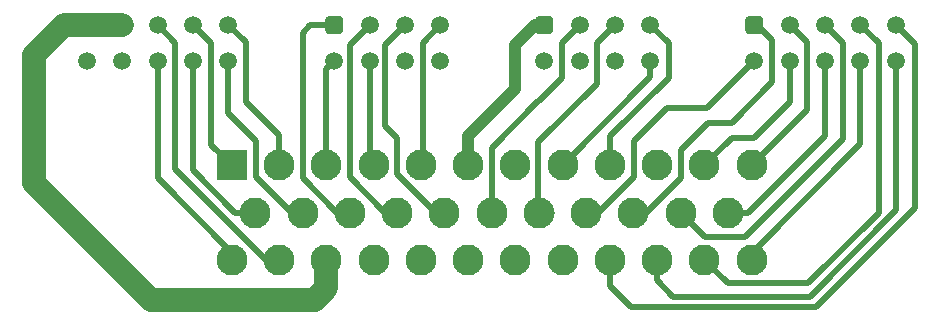
<source format=gbr>
%TF.GenerationSoftware,KiCad,Pcbnew,(5.1.10)-1*%
%TF.CreationDate,2022-05-18T10:51:57+03:00*%
%TF.ProjectId,Connector,436f6e6e-6563-4746-9f72-2e6b69636164,A*%
%TF.SameCoordinates,Original*%
%TF.FileFunction,Copper,L1,Top*%
%TF.FilePolarity,Positive*%
%FSLAX46Y46*%
G04 Gerber Fmt 4.6, Leading zero omitted, Abs format (unit mm)*
G04 Created by KiCad (PCBNEW (5.1.10)-1) date 2022-05-18 10:51:57*
%MOMM*%
%LPD*%
G01*
G04 APERTURE LIST*
%TA.AperFunction,ComponentPad*%
%ADD10C,2.625000*%
%TD*%
%TA.AperFunction,ComponentPad*%
%ADD11R,2.625000X2.625000*%
%TD*%
%TA.AperFunction,ComponentPad*%
%ADD12C,1.500000*%
%TD*%
%TA.AperFunction,Conductor*%
%ADD13C,0.500000*%
%TD*%
%TA.AperFunction,Conductor*%
%ADD14C,2.000000*%
%TD*%
%TA.AperFunction,Conductor*%
%ADD15C,1.000000*%
%TD*%
G04 APERTURE END LIST*
D10*
%TO.P,J1,35*%
%TO.N,/NTC_AW_1*%
X151500000Y-129500000D03*
%TO.P,J1,34*%
%TO.N,/NTC_AW_2*%
X147500000Y-129500000D03*
%TO.P,J1,33*%
%TO.N,/NTC_FW_1*%
X143500000Y-129500000D03*
%TO.P,J1,32*%
%TO.N,/NTC_FW_2*%
X139500000Y-129500000D03*
%TO.P,J1,31*%
%TO.N,/Accelerator_1*%
X135500000Y-129500000D03*
%TO.P,J1,30*%
%TO.N,/Accelerator_2*%
X131500000Y-129500000D03*
%TO.P,J1,29*%
%TO.N,/LeftSupport*%
X127500000Y-129500000D03*
%TO.P,J1,28*%
%TO.N,/RightSupport*%
X123500000Y-129500000D03*
%TO.P,J1,27*%
%TO.N,GND*%
X119500000Y-129500000D03*
%TO.P,J1,26*%
%TO.N,VDD*%
X115500000Y-129500000D03*
%TO.P,J1,25*%
%TO.N,/PowerSteeringPWM*%
X111500000Y-129500000D03*
%TO.P,J1,24*%
%TO.N,/ShuntContactorOn*%
X107500000Y-129500000D03*
%TO.P,J1,23*%
%TO.N,/EXC_OUT*%
X149500000Y-125500000D03*
%TO.P,J1,22*%
%TO.N,/~EXC_OUT*%
X145500000Y-125500000D03*
%TO.P,J1,21*%
%TO.N,/SIN*%
X141500000Y-125500000D03*
%TO.P,J1,20*%
%TO.N,/SIN_LO*%
X137500000Y-125500000D03*
%TO.P,J1,19*%
%TO.N,/Brake_1*%
X133500000Y-125500000D03*
%TO.P,J1,18*%
%TO.N,/Brake_2*%
X129500000Y-125500000D03*
%TO.P,J1,17*%
%TO.N,/GearParking*%
X125500000Y-125500000D03*
%TO.P,J1,16*%
%TO.N,/GearReverse*%
X121500000Y-125500000D03*
%TO.P,J1,15*%
%TO.N,/GearDrive*%
X117500000Y-125500000D03*
%TO.P,J1,14*%
%TO.N,/Pump*%
X113500000Y-125500000D03*
%TO.P,J1,13*%
%TO.N,/ReverseLight*%
X109500000Y-125500000D03*
%TO.P,J1,12*%
%TO.N,/COS*%
X151500000Y-121500000D03*
%TO.P,J1,11*%
%TO.N,/COS_LO*%
X147500000Y-121500000D03*
%TO.P,J1,10*%
%TO.N,Net-(J1-Pad10)*%
X143500000Y-121500000D03*
%TO.P,J1,9*%
%TO.N,/CAN_L*%
X139500000Y-121500000D03*
%TO.P,J1,8*%
%TO.N,/CAN_H*%
X135500000Y-121500000D03*
%TO.P,J1,7*%
%TO.N,GNDA*%
X131500000Y-121500000D03*
%TO.P,J1,6*%
%TO.N,+5VA*%
X127500000Y-121500000D03*
%TO.P,J1,5*%
%TO.N,/EmergencyStop*%
X123500000Y-121500000D03*
%TO.P,J1,4*%
%TO.N,/IgnitionOn*%
X119500000Y-121500000D03*
%TO.P,J1,3*%
%TO.N,/HighVoltageOn*%
X115500000Y-121500000D03*
%TO.P,J1,2*%
%TO.N,/PowerContactorOn*%
X111500000Y-121500000D03*
D11*
%TO.P,J1,1*%
%TO.N,/ParkingBrake*%
X107500000Y-121500000D03*
%TD*%
D12*
%TO.P,J4,8*%
%TO.N,/CAN_H*%
X142945000Y-112625000D03*
%TO.P,J4,7*%
%TO.N,/Accelerator_1*%
X139945000Y-112625000D03*
%TO.P,J4,6*%
%TO.N,/Accelerator_2*%
X136945000Y-112625000D03*
%TO.P,J4,5*%
%TO.N,GNDA*%
X133945000Y-112625000D03*
%TO.P,J4,4*%
%TO.N,/CAN_L*%
X142945000Y-109625000D03*
%TO.P,J4,3*%
%TO.N,/Brake_1*%
X139945000Y-109625000D03*
%TO.P,J4,2*%
%TO.N,/Brake_2*%
X136945000Y-109625000D03*
%TO.P,J4,1*%
%TO.N,+5VA*%
%TA.AperFunction,ComponentPad*%
G36*
G01*
X133195000Y-110125000D02*
X133195000Y-109125000D01*
G75*
G02*
X133445000Y-108875000I250000J0D01*
G01*
X134445000Y-108875000D01*
G75*
G02*
X134695000Y-109125000I0J-250000D01*
G01*
X134695000Y-110125000D01*
G75*
G02*
X134445000Y-110375000I-250000J0D01*
G01*
X133445000Y-110375000D01*
G75*
G02*
X133195000Y-110125000I0J250000D01*
G01*
G37*
%TD.AperFunction*%
%TD*%
%TO.P,J3,8*%
%TO.N,/LeftSupport*%
X125165000Y-112625000D03*
%TO.P,J3,7*%
%TO.N,/RightSupport*%
X122165000Y-112625000D03*
%TO.P,J3,6*%
%TO.N,/IgnitionOn*%
X119165000Y-112625000D03*
%TO.P,J3,5*%
%TO.N,/HighVoltageOn*%
X116165000Y-112625000D03*
%TO.P,J3,4*%
%TO.N,/EmergencyStop*%
X125165000Y-109625000D03*
%TO.P,J3,3*%
%TO.N,/GearParking*%
X122165000Y-109625000D03*
%TO.P,J3,2*%
%TO.N,/GearReverse*%
X119165000Y-109625000D03*
%TO.P,J3,1*%
%TO.N,/GearDrive*%
%TA.AperFunction,ComponentPad*%
G36*
G01*
X115415000Y-110125000D02*
X115415000Y-109125000D01*
G75*
G02*
X115665000Y-108875000I250000J0D01*
G01*
X116665000Y-108875000D01*
G75*
G02*
X116915000Y-109125000I0J-250000D01*
G01*
X116915000Y-110125000D01*
G75*
G02*
X116665000Y-110375000I-250000J0D01*
G01*
X115665000Y-110375000D01*
G75*
G02*
X115415000Y-110125000I0J250000D01*
G01*
G37*
%TD.AperFunction*%
%TD*%
%TO.P,J5,10*%
%TO.N,/NTC_FW_1*%
X163725000Y-112625000D03*
%TO.P,J5,9*%
%TO.N,/NTC_AW_1*%
X160725000Y-112625000D03*
%TO.P,J5,8*%
%TO.N,/EXC_OUT*%
X157725000Y-112625000D03*
%TO.P,J5,7*%
%TO.N,/COS_LO*%
X154725000Y-112625000D03*
%TO.P,J5,6*%
%TO.N,/SIN_LO*%
X151725000Y-112625000D03*
%TO.P,J5,5*%
%TO.N,/NTC_FW_2*%
X163725000Y-109625000D03*
%TO.P,J5,4*%
%TO.N,/NTC_AW_2*%
X160725000Y-109625000D03*
%TO.P,J5,3*%
%TO.N,/~EXC_OUT*%
X157725000Y-109625000D03*
%TO.P,J5,2*%
%TO.N,/COS*%
X154725000Y-109625000D03*
%TO.P,J5,1*%
%TO.N,/SIN*%
%TA.AperFunction,ComponentPad*%
G36*
G01*
X150975000Y-110125000D02*
X150975000Y-109125000D01*
G75*
G02*
X151225000Y-108875000I250000J0D01*
G01*
X152225000Y-108875000D01*
G75*
G02*
X152475000Y-109125000I0J-250000D01*
G01*
X152475000Y-110125000D01*
G75*
G02*
X152225000Y-110375000I-250000J0D01*
G01*
X151225000Y-110375000D01*
G75*
G02*
X150975000Y-110125000I0J250000D01*
G01*
G37*
%TD.AperFunction*%
%TD*%
%TO.P,J2,10*%
%TO.N,/Pump*%
X107210000Y-112625000D03*
%TO.P,J2,9*%
%TO.N,/ReverseLight*%
X104210000Y-112625000D03*
%TO.P,J2,8*%
%TO.N,/ShuntContactorOn*%
X101210000Y-112625000D03*
%TO.P,J2,7*%
%TO.N,GND*%
X98210000Y-112625000D03*
%TO.P,J2,6*%
X95210000Y-112625000D03*
%TO.P,J2,5*%
%TO.N,/PowerContactorOn*%
X107210000Y-109625000D03*
%TO.P,J2,4*%
%TO.N,/ParkingBrake*%
X104210000Y-109625000D03*
%TO.P,J2,3*%
%TO.N,/PowerSteeringPWM*%
X101210000Y-109625000D03*
%TO.P,J2,2*%
%TO.N,VDD*%
X98210000Y-109625000D03*
%TO.P,J2,1*%
%TA.AperFunction,ComponentPad*%
G36*
G01*
X94460000Y-110125000D02*
X94460000Y-109125000D01*
G75*
G02*
X94710000Y-108875000I250000J0D01*
G01*
X95710000Y-108875000D01*
G75*
G02*
X95960000Y-109125000I0J-250000D01*
G01*
X95960000Y-110125000D01*
G75*
G02*
X95710000Y-110375000I-250000J0D01*
G01*
X94710000Y-110375000D01*
G75*
G02*
X94460000Y-110125000I0J250000D01*
G01*
G37*
%TD.AperFunction*%
%TD*%
D13*
%TO.N,/PowerSteeringPWM*%
X110386000Y-129500000D02*
X111500000Y-129500000D01*
X102703000Y-121817000D02*
X110386000Y-129500000D01*
X102703000Y-111118000D02*
X102703000Y-121817000D01*
X101210000Y-109625000D02*
X102703000Y-111118000D01*
%TO.N,/Pump*%
X109561000Y-122452000D02*
X112609000Y-125500000D01*
X112609000Y-125500000D02*
X113500000Y-125500000D01*
X109561000Y-119404000D02*
X109561000Y-122452000D01*
X107210000Y-117053000D02*
X109561000Y-119404000D01*
X107210000Y-112625000D02*
X107210000Y-117053000D01*
%TO.N,/PowerContactorOn*%
X111500000Y-118930000D02*
X111500000Y-121500000D01*
X108672000Y-116102000D02*
X111500000Y-118930000D01*
X108672000Y-111087000D02*
X108672000Y-116102000D01*
X107210000Y-109625000D02*
X108672000Y-111087000D01*
%TO.N,/ShuntContactorOn*%
X107500000Y-128900000D02*
X107500000Y-129500000D01*
X101210000Y-122610000D02*
X107500000Y-128900000D01*
X101210000Y-112625000D02*
X101210000Y-122610000D01*
%TO.N,/ReverseLight*%
X107783000Y-125500000D02*
X109500000Y-125500000D01*
X104210000Y-121927000D02*
X107783000Y-125500000D01*
X104210000Y-112625000D02*
X104210000Y-121927000D01*
%TO.N,/ParkingBrake*%
X105751000Y-119751000D02*
X107500000Y-121500000D01*
X105751000Y-111166000D02*
X105751000Y-119751000D01*
X104210000Y-109625000D02*
X105751000Y-111166000D01*
D14*
%TO.N,VDD*%
X97305000Y-129500000D02*
X90765000Y-122960000D01*
X90765000Y-122960000D02*
X90765000Y-112165000D01*
X93305000Y-109625000D02*
X98210000Y-109625000D01*
X90765000Y-112165000D02*
X93305000Y-109625000D01*
X115500000Y-131880000D02*
X115500000Y-129500000D01*
X114514000Y-132866000D02*
X115500000Y-131880000D01*
X100671000Y-132866000D02*
X114514000Y-132866000D01*
X97305000Y-129500000D02*
X100671000Y-132866000D01*
D13*
%TO.N,/GearParking*%
X124801000Y-125500000D02*
X125500000Y-125500000D01*
X121499000Y-122198000D02*
X124801000Y-125500000D01*
X121499000Y-119150000D02*
X121499000Y-122198000D01*
X120500000Y-118151000D02*
X121499000Y-119150000D01*
X120500000Y-111290000D02*
X120500000Y-118151000D01*
X122165000Y-109625000D02*
X120500000Y-111290000D01*
%TO.N,/EmergencyStop*%
X123658000Y-121342000D02*
X123500000Y-121500000D01*
X123658000Y-111132000D02*
X123658000Y-121342000D01*
X125165000Y-109625000D02*
X123658000Y-111132000D01*
%TO.N,/GearDrive*%
X116419000Y-125500000D02*
X117500000Y-125500000D01*
X113498000Y-122579000D02*
X116419000Y-125500000D01*
X113498000Y-110260000D02*
X113498000Y-122579000D01*
X114133000Y-109625000D02*
X113498000Y-110260000D01*
X116165000Y-109625000D02*
X114133000Y-109625000D01*
%TO.N,/GearReverse*%
X120483000Y-125500000D02*
X121500000Y-125500000D01*
X117500000Y-122517000D02*
X120483000Y-125500000D01*
X117500000Y-111290000D02*
X117500000Y-122517000D01*
X119165000Y-109625000D02*
X117500000Y-111290000D01*
%TO.N,/IgnitionOn*%
X119165000Y-121165000D02*
X119500000Y-121500000D01*
X119165000Y-112625000D02*
X119165000Y-121165000D01*
%TO.N,/HighVoltageOn*%
X116165000Y-112625000D02*
X116165000Y-112673000D01*
X115500000Y-113338000D02*
X115500000Y-121500000D01*
X116165000Y-112673000D02*
X115500000Y-113338000D01*
%TO.N,/CAN_L*%
X142945000Y-109625000D02*
X144486000Y-111166000D01*
X144486000Y-111166000D02*
X144486000Y-114070000D01*
X139500000Y-119056000D02*
X139500000Y-121500000D01*
X144486000Y-114070000D02*
X139500000Y-119056000D01*
%TO.N,/CAN_H*%
X142945000Y-114055000D02*
X135500000Y-121500000D01*
X142945000Y-112625000D02*
X142945000Y-114055000D01*
%TO.N,/Brake_2*%
X133500000Y-116039000D02*
X135469000Y-114070000D01*
X135469000Y-111101000D02*
X136945000Y-109625000D01*
X135469000Y-114070000D02*
X135469000Y-111101000D01*
X130516000Y-125500000D02*
X129500000Y-125500000D01*
X133500000Y-116039000D02*
X133461000Y-116039000D01*
X129500000Y-120000000D02*
X129500000Y-125500000D01*
X133461000Y-116039000D02*
X129500000Y-120000000D01*
%TO.N,/Brake_1*%
X134580000Y-125500000D02*
X133500000Y-125500000D01*
X133437000Y-125437000D02*
X133500000Y-125500000D01*
X133437000Y-119531000D02*
X133437000Y-125437000D01*
X138390000Y-114578000D02*
X133437000Y-119531000D01*
X138390000Y-111180000D02*
X138390000Y-114578000D01*
X139945000Y-109625000D02*
X138390000Y-111180000D01*
D15*
%TO.N,+5VA*%
X127500000Y-119000000D02*
X127500000Y-121500000D01*
X131500000Y-115000000D02*
X127500000Y-119000000D01*
X131500000Y-111320000D02*
X131500000Y-115000000D01*
X133195000Y-109625000D02*
X131500000Y-111320000D01*
X133945000Y-109625000D02*
X133195000Y-109625000D01*
D13*
%TO.N,/NTC_AW_1*%
X151500000Y-129408000D02*
X151500000Y-129500000D01*
X151500000Y-129500000D02*
X151500000Y-128900000D01*
X160725000Y-119675000D02*
X160725000Y-118117000D01*
X151500000Y-128900000D02*
X160725000Y-119675000D01*
X160725000Y-118117000D02*
X160725000Y-112625000D01*
X160725000Y-118786000D02*
X160725000Y-118117000D01*
%TO.N,/NTC_AW_2*%
X160725000Y-109625000D02*
X162266000Y-111166000D01*
X162266000Y-111166000D02*
X162266000Y-125500000D01*
X162266000Y-125500000D02*
X156297000Y-131469000D01*
X149469000Y-131469000D02*
X147500000Y-129500000D01*
X156297000Y-131469000D02*
X149469000Y-131469000D01*
%TO.N,/NTC_FW_1*%
X143500000Y-131245000D02*
X143500000Y-129500000D01*
X144867000Y-132612000D02*
X143500000Y-131245000D01*
X156424000Y-132612000D02*
X144867000Y-132612000D01*
X163725000Y-125311000D02*
X156424000Y-132612000D01*
X163725000Y-112625000D02*
X163725000Y-125311000D01*
%TO.N,/NTC_FW_2*%
X139500000Y-131690000D02*
X139500000Y-129500000D01*
X141311000Y-133501000D02*
X139500000Y-131690000D01*
X156932000Y-133501000D02*
X141311000Y-133501000D01*
X165314000Y-125119000D02*
X156932000Y-133501000D01*
X165314000Y-111214000D02*
X165314000Y-125119000D01*
X163725000Y-109625000D02*
X165314000Y-111214000D01*
%TO.N,/EXC_OUT*%
X157725000Y-112625000D02*
X157725000Y-118992000D01*
X151217000Y-125500000D02*
X149500000Y-125500000D01*
X157725000Y-118992000D02*
X151217000Y-125500000D01*
%TO.N,/COS_LO*%
X154725000Y-112625000D02*
X154725000Y-116150000D01*
X154725000Y-116150000D02*
X151725000Y-119150000D01*
X149850000Y-119150000D02*
X147500000Y-121500000D01*
X151725000Y-119150000D02*
X149850000Y-119150000D01*
%TO.N,/SIN_LO*%
X147740000Y-116610000D02*
X151725000Y-112625000D01*
X141565000Y-119404000D02*
X144359000Y-116610000D01*
X141565000Y-122452000D02*
X141565000Y-119404000D01*
X138517000Y-125500000D02*
X141565000Y-122452000D01*
X144359000Y-116610000D02*
X147740000Y-116610000D01*
X137500000Y-125500000D02*
X138517000Y-125500000D01*
%TO.N,/~EXC_OUT*%
X157725000Y-109625000D02*
X159218000Y-111118000D01*
X159218000Y-111118000D02*
X159218000Y-119277000D01*
X159218000Y-119277000D02*
X150963000Y-127532000D01*
X147532000Y-127532000D02*
X145500000Y-125500000D01*
X150963000Y-127532000D02*
X147532000Y-127532000D01*
%TO.N,/COS*%
X154725000Y-109625000D02*
X156170000Y-111070000D01*
X156170000Y-116830000D02*
X151500000Y-121500000D01*
X156170000Y-111070000D02*
X156170000Y-116830000D01*
%TO.N,/SIN*%
X145502000Y-122579000D02*
X142581000Y-125500000D01*
X145502000Y-120166000D02*
X145502000Y-122579000D01*
X147788000Y-117880000D02*
X145502000Y-120166000D01*
X142581000Y-125500000D02*
X141500000Y-125500000D01*
X153249000Y-114451000D02*
X149820000Y-117880000D01*
X153249000Y-110895000D02*
X153249000Y-114451000D01*
X149820000Y-117880000D02*
X147788000Y-117880000D01*
X151979000Y-109625000D02*
X153249000Y-110895000D01*
X151725000Y-109625000D02*
X151979000Y-109625000D01*
%TD*%
M02*

</source>
